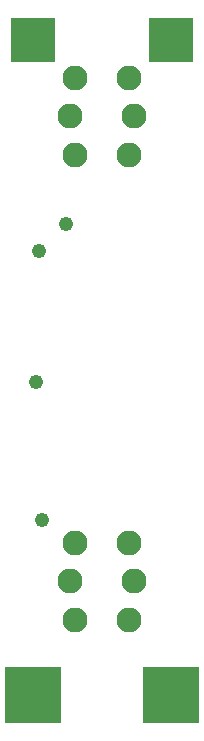
<source format=gbs>
%FSDAX24Y24*%
%MOIN*%
%SFA1B1*%

%IPPOS*%
%ADD24R,0.148000X0.148000*%
%ADD25R,0.188000X0.188000*%
%ADD26C,0.083000*%
%ADD27C,0.048000*%
%LNpokey-switch-board-1*%
%LPD*%
G54D24*
X011200Y033050D03*
X015800D03*
G54D25*
X015800Y011200D03*
X011200D03*
G54D26*
X012437Y030500D03*
X014563D03*
X014384Y029220D03*
Y031780D03*
X012614D03*
Y029220D03*
X012437Y015000D03*
X014563D03*
X014384Y013720D03*
Y016280D03*
X012614D03*
Y013720D03*
G54D27*
X012300Y026900D03*
X011400Y026000D03*
X011300Y021650D03*
X011500Y017050D03*
M02*
</source>
